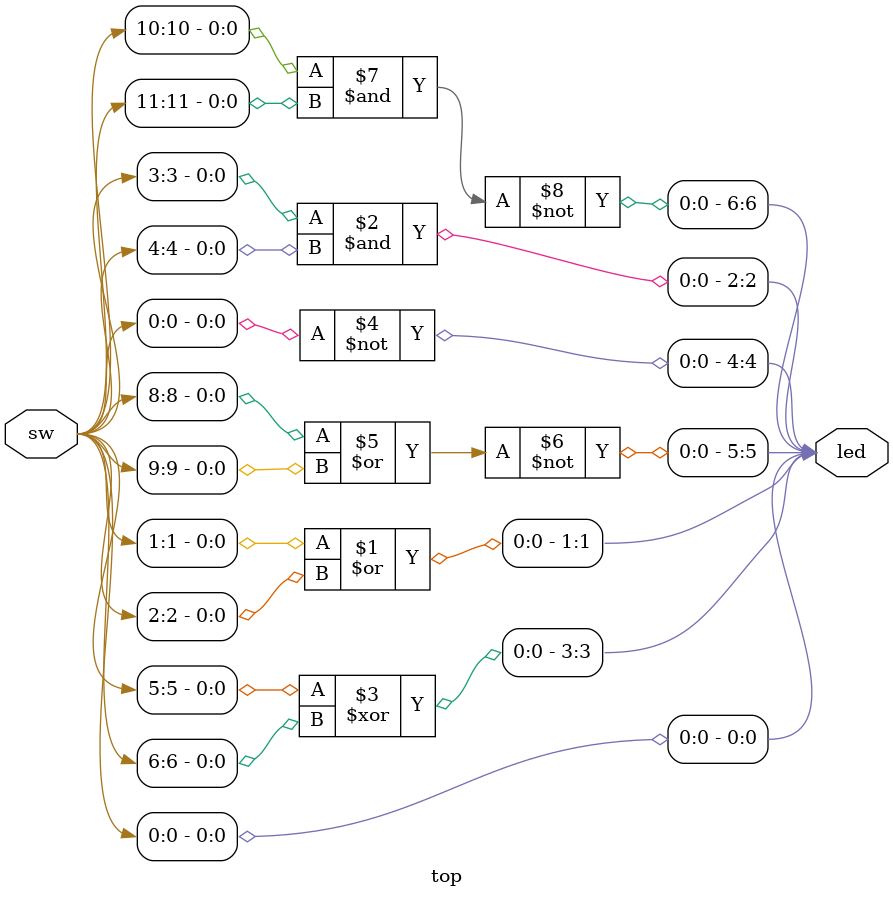
<source format=v>
module top(
    input [15:0] sw,
    output [15:0] led
);

    assign led[0] = sw[0]; // standard on/off switch
    assign led[1] = sw[1] | sw[2];  // OR opperator
    assign led[2] = sw[3] & sw[4]; // AND operator
    assign led[3] = sw[5] ^ sw[6]; // XOR operator
    
    assign led[4] = ~sw[0]; // standard NOT operator
    assign led[5] = ~(sw[8] | sw[9]); // NOR oppertor
    assign led[6] = ~(sw[10] & sw[11]); // NAND opperator
endmodule

</source>
